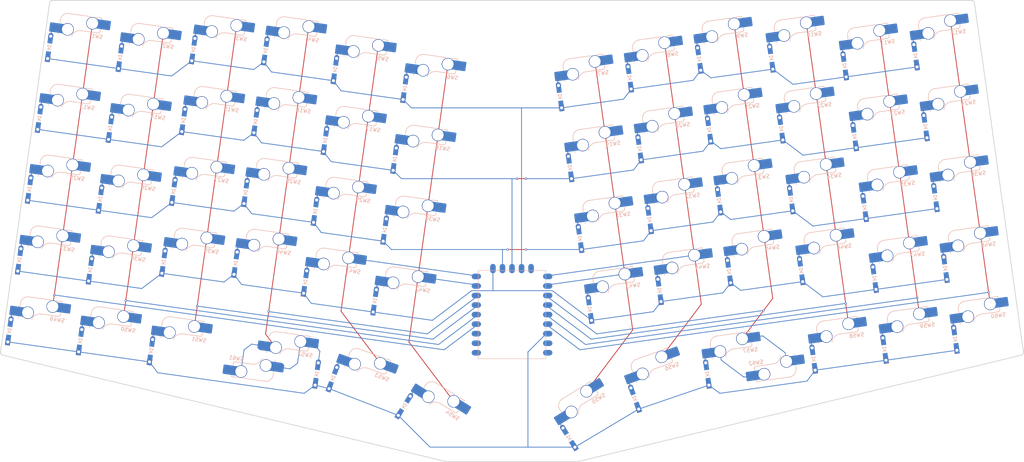
<source format=kicad_pcb>
(kicad_pcb (version 20240108) (generator "pcbnew") (generator_version "8.0")
  (layers (0 "F.Cu" signal) (31 "B.Cu" signal) (34 "B.Paste" user) (35 "F.Paste" user) (36 "B.SilkS" user "B.Silkscreen") (37 "F.SilkS" user "F.Silkscreen") (38 "B.Mask" user) (39 "F.Mask" user) (44 "Edge.Cuts" user))
  (net 0 "")
  (net 1 "Net-(D1-A)")
  (net 2 "row0")
  (net 3 "row1")
  (net 4 "Net-(D2-A)")
  (net 5 "Net-(D3-A)")
  (net 6 "row2")
  (net 7 "row3")
  (net 8 "Net-(D4-A)")
  (net 9 "row4")
  (net 10 "Net-(D5-A)")
  (net 11 "Net-(D6-A)")
  (net 12 "col0")
  (net 13 "Net-(D7-A)")
  (net 14 "col1")
  (net 15 "col2")
  (net 16 "Net-(D8-A)")
  (net 17 "Net-(D9-A)")
  (net 18 "col3")
  (net 19 "col4")
  (net 20 "Net-(D10-A)")
  (net 21 "Net-(D11-A)")
  (net 22 "col5")
  (net 23 "Net-(D12-A)")
  (net 24 "col6")
  (net 25 "col7")
  (net 26 "Net-(D13-A)")
  (net 27 "col8")
  (net 28 "Net-(D14-A)")
  (net 29 "Net-(D15-A)")
  (net 30 "col9")
  (net 31 "Net-(D16-A)")
  (net 32 "col10")
  (net 33 "Net-(D17-A)")
  (net 34 "col11")
  (net 35 "Net-(D18-A)")
  (net 36 "Net-(D19-A)")
  (net 37 "Net-(D20-A)")
  (net 38 "Net-(D21-A)")
  (net 39 "Net-(D22-A)")
  (net 40 "Net-(D23-A)")
  (net 41 "Net-(D24-A)")
  (net 42 "Net-(D25-A)")
  (net 43 "Net-(D26-A)")
  (net 44 "Net-(D27-A)")
  (net 45 "Net-(D28-A)")
  (net 46 "Net-(D29-A)")
  (net 47 "Net-(D30-A)")
  (net 48 "Net-(D31-A)")
  (net 49 "Net-(D32-A)")
  (net 50 "Net-(D33-A)")
  (net 51 "Net-(D34-A)")
  (net 52 "Net-(D35-A)")
  (net 53 "Net-(D36-A)")
  (net 54 "Net-(D37-A)")
  (net 55 "Net-(D38-A)")
  (net 56 "Net-(D39-A)")
  (net 57 "Net-(D40-A)")
  (net 58 "Net-(D41-A)")
  (net 59 "Net-(D42-A)")
  (net 60 "Net-(D43-A)")
  (net 61 "Net-(D44-A)")
  (net 62 "Net-(D45-A)")
  (net 63 "Net-(D46-A)")
  (net 64 "Net-(D47-A)")
  (net 65 "Net-(D48-A)")
  (net 66 "Net-(D49-A)")
  (net 67 "Net-(D50-A)")
  (net 68 "Net-(D51-A)")
  (net 69 "Net-(D52-A)")
  (net 70 "Net-(D53-A)")
  (net 71 "Net-(D54-A)")
  (net 72 "Net-(D55-A)")
  (net 73 "Net-(D56-A)")
  (net 74 "Net-(D57-A)")
  (net 75 "Net-(D58-A)")
  (net 76 "Net-(D59-A)")
  (net 77 "Net-(D60-A)")
  (footprint "kbd:D3_TH_SMD_v2" (layer "B.Cu") (at 164.00242 93.622177 98)
    (property "Reference" "D43" (hide yes))
    (property "Value" "D" (hide yes))
  )
  (footprint "kbd:D3_TH_SMD_v2" (layer "B.Cu") (at 198.417577 64.738921 98)
    (property "Reference" "D33" (hide yes))
    (property "Value" "D" (hide yes))
  )
  (footprint "kbd:D3_TH_SMD_v2" (layer "B.Cu") (at 258.656858 82.724014 98)
    (property "Reference" "D48" (hide yes))
    (property "Value" "D" (hide yes))
  )
  (footprint "kbd:D3_TH_SMD_v2" (layer "B.Cu") (at 12.064324 80.5016 82)
    (property "Reference" "D37" (hide yes))
    (property "Value" "D" (hide yes))
  )
  (footprint "kbd:D3_TH_SMD_v2" (layer "B.Cu") (at 53.107595 62.223339 82)
    (property "Reference" "D27" (hide yes))
    (property "Value" "D" (hide yes))
  )
  (footprint "marbastlib-mx:SW_MX_HS_CPG151101S11_1u" (layer "B.Cu") (at 182.46848 111.939017 -160)
    (property "Reference" "SW56")
    (property "Value" "SW_Push")
  )
  (footprint "kbd:D3_TH_SMD_v2" (layer "B.Cu") (at 36.231424 45.42363 82)
    (property "Reference" "D14" (hide yes))
    (property "Value" "D" (hide yes))
  )
  (footprint "kbd:D3_TH_SMD_v2" (layer "B.Cu") (at 220.264835 83.31036 98)
    (property "Reference" "D46" (hide yes))
    (property "Value" "D" (hide yes))
  )
  (footprint "marbastlib-mx:SW_MX_HS_CPG151101S11_1u" (layer "B.Cu") (at 83.266663 41.880245 172)
    (property "Reference" "SW16")
    (property "Value" "SW_Push")
  )
  (footprint "kbd:D3_TH_SMD_v2" (layer "B.Cu") (at 9.413073 99.366209 82)
    (property "Reference" "D49" (hide yes))
    (property "Value" "D" (hide yes))
  )
  (footprint "marbastlib-mx:SW_MX_HS_CPG151101S11_1u" (layer "B.Cu") (at 182.083367 28.024964 -172)
    (property "Reference" "SW8")
    (property "Value" "SW_Push")
  )
  (footprint "kbd:D3_TH_SMD_v2" (layer "B.Cu") (at 14.715568 61.636994 82)
    (property "Reference" "D25" (hide yes))
    (property "Value" "D" (hide yes))
  )
  (footprint "marbastlib-mx:SW_MX_HS_CPG151101S11_1u" (layer "B.Cu") (at 104.065998 111.939015 160)
    (property "Reference" "SW53")
    (property "Value" "SW_Push")
  )
  (footprint "marbastlib-mx:SW_MX_HS_CPG151101S11_1u" (layer "B.Cu") (at 200.616569 23.015644 -172)
    (property "Reference" "SW9")
    (property "Value" "SW_Push")
  )
  (footprint "marbastlib-mx:SW_MX_HS_CPG151101S11_1u" (layer "B.Cu") (at 190.03711 84.618783 -172)
    (property "Reference" "SW44")
    (property "Value" "SW_Push")
  )
  (footprint "marbastlib-mx:SW_MX_HS_CPG151101S11_1u" (layer "B.Cu") (at 17.724883 97.594556 172)
    (property "Reference" "SW49")
    (property "Value" "SW_Push")
  )
  (footprint "marbastlib-mx:SW_MX_HS_CPG151101S11_1u" (layer "B.Cu") (at 212.215775 105.548298 8)
    (property "Reference" "SW62")
    (property "Value" "SW_Push")
  )
  (footprint "kbd:D3_TH_SMD_v2" (layer "B.Cu") (at 239.792258 85.375259 98)
    (property "Reference" "D47" (hide yes))
    (property "Value" "D" (hide yes))
  )
  (footprint "marbastlib-mx:SW_MX_HS_CPG151101S11_1u" (layer "B.Cu") (at 187.385856 65.754181 -172)
    (property "Reference" "SW32")
    (property "Value" "SW_Push")
  )
  (footprint "kbd:D3_TH_SMD_v2" (layer "B.Cu") (at 234.489761 47.646046 98)
    (property "Reference" "D23" (hide yes))
    (property "Value" "D" (hide yes))
  )
  (footprint "marbastlib-mx:SW_MX_HS_CPG151101S11_1u" (layer "B.Cu") (at 120.333068 51.898897 172)
    (property "Reference" "SW18")
    (property "Value" "SW_Push")
  )
  (footprint "kbd:D3_TH_SMD_v2" (layer "B.Cu") (at 88.185562 86.390441 82)
    (property "Reference" "D41" (hide yes))
    (property "Value" "D" (hide yes))
  )
  (footprint "kbd:D3_TH_SMD_v2" (layer "B.Cu") (at 58.410091 24.494127 82)
    (property "Reference" "D3" (hide yes))
    (property "Value" "D" (hide yes))
  )
  (footprint "kbd:D3_TH_SMD_v2" (layer "B.Cu") (at 175.961326 117.405456 110)
    (property "Reference" "D56" (hide yes))
    (property "Value" "D" (hide yes))
  )
  (footprint "marbastlib-mx:SW_MX_HS_CPG151101S11_1u" (layer "B.Cu") (at 39.240741 81.381196 172)
    (property "Reference" "SW38")
    (property "Value" "SW_Push")
  )
  (footprint "kbd:D3_TH_SMD_v2" (layer "B.Cu") (at 112.021254 53.670549 82)
    (property "Reference" "D18" (hide yes))
    (property "Value" "D" (hide yes))
  )
  (footprint "marbastlib-mx:SW_MX_HS_CPG151101S11_1u" (layer "B.Cu") (at 168.852659 70.763503 -172)
    (property "Reference" "SW31")
    (property "Value" "SW_Push")
  )
  (footprint "kbd:D3_TH_SMD_v2" (layer "B.Cu") (at 20.018063 23.907777 82)
    (property "Reference" "D1" (hide yes))
    (property "Value" "D" (hide yes))
  )
  (footprint "marbastlib-mx:SW_MX_HS_CPG151101S11_1u" (layer "B.Cu") (at 44.543229 43.651978 172)
    (property "Reference" "SW14")
    (property "Value" "SW_Push")
  )
  (footprint "kbd:D3_TH_SMD_v2" (layer "B.Cu") (at 114.570154 119.354919 58)
    (property "Reference" "D54" (hide yes))
    (property "Value" "D" (hide yes))
  )
  (footprint "marbastlib-mx:SW_MX_HS_CPG151101S11_1u" (layer "B.Cu") (at 122.984313 33.034283 172)
    (property "Reference" "SW6")
    (property "Value" "SW_Push")
  )
  (footprint "marbastlib-mx:SW_MX_HS_CPG151101S11_1u" (layer "B.Cu") (at 77.964167 79.609457 172)
    (property "Reference" "SW40")
    (property "Value" "SW_Push")
  )
  (footprint "marbastlib-mx:SW_MX_HS_CPG151101S11_1u" (layer "B.Cu") (at 163.65051 121.117153 -148)
    (property "Reference" "SW55")
    (property "Value" "SW_Push")
  )
  (footprint "marbastlib-mx:SW_MX_HS_CPG151101S11_1u" (layer "B.Cu") (at 222.463827 41.587075 -172)
    (property "Reference" "SW22")
    (property "Value" "SW_Push")
  )
  (footprint "marbastlib-mx:SW_MX_HS_CPG151101S11_1u" (layer "B.Cu") (at 117.681817 70.7635 172)
    (property "Reference" "SW30")
    (property "Value" "SW_Push")
  )
  (footprint "marbastlib-mx:SW_MX_HS_CPG151101S11_1u" (layer "B.Cu") (at 231.080383 102.897052 -172)
    (property "Reference" "SW58")
    (property "Value" "SW_Push")
  )
  (footprint "marbastlib-mx:SW_MX_HS_CPG151101S11_1u" (layer "B.Cu") (at 101.79986 46.88957 172)
    (property "Reference" "SW17")
    (property "Value" "SW_Push")
  )
  (footprint "kbd:D3_TH_SMD_v2" (layer "B.Cu") (at 158.699925 55.892961 98)
    (property "Reference" "D19" (hide yes))
    (property "Value" "D" (hide yes))
  )
  (footprint "marbastlib-mx:SW_MX_HS_CPG151101S11_1u" (layer "B.Cu") (at 208.570311 79.609457 -172)
    (property "Reference" "SW45")
    (property "Value" "SW_Push")
  )
  (footprint "marbastlib-mx:SW_MX_HS_CPG151101S11_1u" (layer "B.Cu") (at 205.919065 60.744851 -172)
    (property "Reference" "SW33")
    (property "Value" "SW_Push")
  )
  (footprint "kbd:D3_TH_SMD_v2" (layer "B.Cu") (at 214.96234 45.581144 98)
    (property "Reference" "D22" (hide yes))
    (property "Value" "D" (hide yes))
  )
  (footprint "kbd:D3_TH_SMD_v2" (layer "B.Cu") (at 256.005614 63.859408 98)
    (property "Reference" "D36" (hide yes))
    (property "Value" "D" (hide yes))
  )
  (footprint "kbd:D3_TH_SMD_v2" (layer "B.Cu") (at 30.928928 83.152845 82)
    (property "Reference" "D38" (hide yes))
    (property "Value" "D" (hide yes))
  )
  (footprint "kbd:D3_TH_SMD_v2" (layer "B.Cu") (at 201.068821 83.603531 98)
    (property "Reference" "D45" (hide yes))
    (property "Value" "D" (hide yes))
  )
  (footprint "kbd:D3_TH_SMD_v2" (layer "B.Cu") (at 179.884371 69.748251 98)
    (property "Reference" "D32" (hide yes))
    (property "Value" "D" (hide yes))
  )
  (footprint "marbastlib-mx:SW_MX_HS_CPG151101S11_1u" (layer "B.Cu") (at 241.991247 43.65198 -172)
    (property "Reference" "SW23")
    (property "Value" "SW_Push")
  )
  (footprint "marbastlib-mx:SW_MX_HS_CPG151101S11_1u" (layer "B.Cu") (at 166.201414 51.898896 -172)
    (property "Reference" "SW19")
    (property "Value" "SW_Push")
  )
  (footprint "kbd:D3_TH_SMD_v2" (layer "B.Cu") (at 38.88267 26.559028 82)
    (property "Reference" "D2" (hide yes))
    (property "Value" "D" (hide yes))
  )
  (footprint "kbd:D3_TH_SMD_v2" (layer "B.Cu") (at 55.758838 43.358732 82)
    (property "Reference" "D15" (hide yes))
    (property "Value" "D" (hide yes))
  )
  (footprint "kbd:D3_TH_SMD_v2" (layer "B.Cu") (at 158.422092 127.817045 122)
    (property "Reference" "D55" (hide yes))
    (property "Value" "D" (hide yes))
  )
  (footprint "kbd:D3_TH_SMD_v2" (layer "B.Cu") (at 231.838513 28.781443 98)
    (property "Reference" "D11" (hide yes))
    (property "Value" "D" (hide yes))
  )
  (footprint "kbd:D3_TH_SMD_v2" (layer "B.Cu") (at 174.581877 32.019034 98)
    (property "Reference" "D8" (hide yes))
    (property "Value" "D" (hide yes))
  )
  (footprint "marbastlib-mx:SW_MX_HS_CPG151101S11_1u" (layer "B.Cu") (at 184.734615 46.889569 -172)
    (property "Reference" "SW20")
    (property "Value" "SW_Push")
  )
  (footprint "kbd:D3_TH_SMD_v2" (layer "B.Cu") (at 77.606098 24.787294 82)
    (property "Reference" "D4" (hide yes))
    (property "Value" "D" (hide yes))
  )
  (footprint "kbd:D3_TH_SMD_v2" (layer "B.Cu") (at 195.281985 110.867988 98)
    (property "Reference" "D57" (hide yes))
    (property "Value" "D" (hide yes))
  )
  (footprint "marbastlib-mx:SW_MX_HS_CPG151101S11_1u" (layer "B.Cu") (at 99.14862 65.754173 172)
    (property "Reference" "SW29")
    (property "Value" "SW_Push")
  )
  (footprint "marbastlib-mx:SW_MX_HS_CPG151101S11_1u" (layer "B.Cu") (at 80.615414 60.744859 172)
    (property "Reference" "SW28")
    (property "Value" "SW_Push")
  )
  (footprint "kbd:D3_TH_SMD_v2" (layer "B.Cu") (at 223.578896 106.891117 98)
    (property "Reference" "D58" (hide yes))
    (property "Value" "D" (hide yes))
  )
  (footprint "marbastlib-mx:SW_MX_HS_CPG151101S11_1u" (layer "B.Cu") (at 104.451114 28.024964 172)
    (property "Reference" "SW5")
    (property "Value" "SW_Push")
  )
  (footprint "marbastlib-mx:SW_MX_HS_CPG151101S11_1u" (layer "B.Cu") (at 20.37613 78.729945 172)
    (property "Reference" "SW37")
    (property "Value" "SW_Push")
  )
  (footprint "kbd:D3_TH_SMD_v2" (layer "B.Cu") (at 91.252787 110.868028 82)
    (property "Reference" "D52" (hide yes))
    (property "Value" "D" (hide yes))
  )
  (footprint "kbd:D3_TH_SMD_v2" (layer "B.Cu") (at 72.303606 62.51651 82)
    (property "Reference" "D28" (hide yes))
    (property "Value" "D" (hide yes))
  )
  (footprint "marbastlib-mx:SW_MX_HS_CPG151101S11_1u" (layer "B.Cu") (at 225.115076 60.451683 -172)
    (property "Reference" "SW34")
    (property "Value" "SW_Push")
  )
  (footprint "marbastlib-mx:SW_MX_HS_CPG151101S11_1u" (layer "B.Cu") (at 227.766323 79.316291 -172)
    (property "Reference" "SW46")
    (property "Value" "SW_Push")
  )
  (footprint "marbastlib-mx:SW_MX_HS_CPG151101S11_1u" (layer "B.Cu") (at 219.812578 22.722469 -172)
    (property "Reference" "SW10")
    (property "Value" "SW_Push")
  )
  (footprint "marbastlib-mx:SW_MX_HS_CPG151101S11_1u" (layer "B.Cu") (at 96.497373 84.618787 172)
    (property "Reference" "SW41")
    (property "Value" "SW_Push")
  )
  (footprint "kbd:D3_TH_SMD_v2" (layer "B.Cu") (at 212.311093 26.716537 98)
    (property "Reference" "D10" (hide yes))
    (property "Value" "D" (hide yes))
  )
  (footprint "kbd:D3_TH_SMD_v2" (layer "B.Cu") (at 114.672502 34.80594 82)
    (property "Reference" "D6" (hide yes))
    (property "Value" "D" (hide yes))
  )
  (footprint "kbd:D3_TH_SMD_v2" (layer "B.Cu") (at 177.233123 50.883642 98)
    (property "Reference" "D20" (hide yes))
    (property "Value" "D" (hide yes))
  )
  (footprint "kbd:D3_TH_SMD_v2" (layer "B.Cu") (at 217.613587 64.445747 98)
    (property "Reference" "D34" (hide yes))
    (property "Value" "D" (hide yes))
  )
  (footprint "marbastlib-mx:SW_MX_HS_CPG151101S11_1u" (layer "B.Cu") (at 25.678622 41.000735 172)
    (property "Reference" "SW13")
    (property "Value" "SW_Push")
  )
  (footprint "marbastlib-mx:SW_MX_HS_CPG151101S11_1u" (layer "B.Cu") (at 58.768154 79.316292 172)
    (property "Reference" "SW39")
    (property "Value" "SW_Push")
  )
  (footprint "marbastlib-mx:SW_MX_HS_CPG151101S11_1u" (layer "B.Cu") (at 66.721895 22.722472 172)
    (property "Reference" "SW3")
    (property "Value" "SW_Push")
  )
  (footprint "marbastlib-mx:SW_MX_HS_CPG151101S11_1u" (layer "B.Cu") (at 36.589488 100.245804 172)
    (property "Reference" "SW50")
    (property "Value" "SW_Push")
  )
  (footprint "rp2040-tiny:rp2040-tiny" (layer "B.Cu") (at 143.267238 95.055159)
    (property "Reference" "U1" (hide yes))
    (property "Value" "rp2040-zero" (hide yes))
  )
  (footprint "marbastlib-mx:SW_MX_HS_CPG151101S11_1u" (layer "B.Cu") (at 64.07065 41.587074 172)
    (property "Reference" "SW15")
    (property "Value" "SW_Push")
  )
  (footprint "kbd:D3_TH_SMD_v2" (layer "B.Cu") (at 161.35117 74.757571 98)
    (property "Reference" "D31" (hide yes))
    (property "Value" "D" (hide yes))
  )
  (footprint "marbastlib-mx:SW_MX_HS_CPG151101S11_1u" (layer "B.Cu") (at 23.027381 59.865341 172)
    (property "Reference" "SW25")
    (property "Value" "SW_Push")
  )
  (footprint "kbd:D3_TH_SMD_v2" (layer "B.Cu") (at 250.703118 26.130192 98)
    (property "Reference" "D12" (hide yes))
    (property "Value" "D" (hide yes))
  )
  (footprint "kbd:D3_TH_SMD_v2" (layer "B.Cu") (at 90.836809 67.525834 82)
    (property "Reference" "D29" (hide yes))
    (property "Value" "D" (hide yes))
  )
  (footprint "marbastlib-mx:SW_MX_HS_CPG151101S11_1u" (layer "B.Cu") (at 247.293744 81.381189 -172)
    (property "Reference" "SW47")
    (property "Value" "SW_Push")
  )
  (footprint "marbastlib-mx:SW_MX_HS_CPG151101S11_1u" (layer "B.Cu") (at 203.267814 41.88025 -172)
    (property "Reference" "SW21")
    (property "Value" "SW_Push")
  )
  (footprint "marbastlib-mx:SW_MX_HS_CPG151101S11_1u" (layer "B.Cu") (at 163.550163 33.034291 -172)
    (property "Reference" "SW7")
    (property "Value" "SW_Push")
  )
  (footprint "kbd:D3_TH_SMD_v2" (layer "B.Cu") (at 109.370006 72.535153 82)
    (property "Reference" "D30" (hide yes))
    (property "Value" "D" (hide yes))
  )
  (footprint "marbastlib-mx:SW_MX_HS_CPG151101S11_1u" (layer "B.Cu") (at 115.030567 89.628104 172)
    (property "Reference" "SW42")
    (property "Value" "SW_Push")
  )
  (footprint "kbd:D3_TH_SMD_v2" (layer "B.Cu") (at 195.766328 45.874314 98)
    (property "Reference" "D21" (hide yes))
    (property "Value" "D" (hide yes))
  )
  (footprint "marbastlib-mx:SW_MX_HS_CPG151101S11_1u" (layer "B.Cu") (at 74.318705 105.548295 -8)
    (property "Reference" "SW61")
    (property "Value" "SW_Push")
  )
  (footprint "marbastlib-mx:SW_MX_HS_CPG151101S11_1u" (layer "B.Cu") (at 266.158351 78.729945 -172)
    (property "Reference" "SW48")
    (property "Value" "SW_Push")
  )
  (footprint "marbastlib-mx:SW_MX_HS_CPG151101S11_1u" (layer "B.Cu") (at 171.503905 89.628112 -172)
    (property "Reference" "SW43")
    (property "Value" "SW_Push")
  )
  (footprint "kbd:D3_TH_SMD_v2" (layer "B.Cu") (at 93.488058 48.661224 82)
    (property "Reference" "D17" (hide yes))
    (property "Value" "D" (hide yes))
  )
  (footprint "marbastlib-mx:SW_MX_HS_CPG151101S11_1u" (layer "B.Cu") (at 47.19448 24.787373 172)
    (property "Reference" "SW2")
    (property "Value" "SW_Push")
  )
  (footprint "marbastlib-mx:SW_MX_HS_CPG151101S11_1u" (layer "B.Cu") (at 61.4194 60.45168 172)
    (property "Reference" "SW27")
    (property "Value" "SW_Push")
  )
  (footprint "marbastlib-mx:SW_MX_HS_CPG151101S11_1u" (layer "B.Cu") (at 258.204608 22.136128 -172)
    (property "Reference" "SW12")
    (property "Value" "SW_Push")
  )
  (footprint "kbd:D3_TH_SMD_v2" (layer "B.Cu") (at 261.308108 101.588623 98)
    (property "Reference" "D60" (hide yes))
    (property "Value" "D" (hide yes))
  )
  (footprint "kbd:D3_TH_SMD_v2" (layer "B.Cu") (at 69.652359 81.381116 82)
    (property "Reference" "D40" (hide yes))
    (property "Value" "D" (hide yes))
  )
  (footprint "kbd:D3_TH_SMD_v2" (layer "B.Cu") (at 17.366823 42.772387 82)
    (property "Reference" "D13" (hide yes))
    (property "Value" "D" (hide yes))
  )
  (footprint "kbd:D3_TH_SMD_v2" (layer "B.Cu") (at 96.139305 29.796621 82)
    (property "Reference" "D5" (hide yes))
    (property "Value" "D" (hide yes))
  )
  (footprint "marbastlib-mx:SW_MX_HS_CPG151101S11_1u" (layer "B.Cu") (at 268.809598 97.594551 -172)
    (property "Reference" "SW60")
    (property "Value" "SW_Push")
  )
  (footprint "kbd:D3_TH_SMD_v2" (layer "B.Cu") (at 50.456347 81.087943 82)
    (property "Reference" "D39" (hide yes))
    (property "Value" "D" (hide yes))
  )
  (footprint "marbastlib-mx:SW_MX_HS_CPG151101S11_1u" (layer "B.Cu") (at 41.891989 62.516586 172)
    (property "Reference" "SW26")
    (property "Value" "SW_Push")
  )
  (footprint "marbastlib-mx:SW_MX_HS_CPG151101S11_1u" (layer "B.Cu") (at 260.855849 41.000732 -172)
    (property "Reference" "SW24")
    (property "Value" "SW_Push")
  )
  (footprint "kbd:D3_TH_SMD_v2" (layer "B.Cu") (at 156.048681 37.028358 98)
    (property "Reference" "D7" (hide yes))
    (property "Value" "D" (hide yes))
  )
  (footprint "kbd:D3_TH_SMD_v2" (layer "B.Cu") (at 95.567475 111.943834 70)
    (property "Reference" "D53" (hide yes))
    (property "Value" "D" (hide yes))
  )
  (footprint "kbd:D3_TH_SMD_v2" (layer "B.Cu") (at 28.27768 102.017453 82)
    (property "Reference" "D50" (hide yes))
    (property "Value" "D" (hide yes))
  )
  (footprint "kbd:D3_TH_SMD_v2" (layer "B.Cu") (at 106.71876 91.399764 82)
    (property "Reference" "D42" (hide yes))
    (property "Value" "D" (hide yes))
  )
  (footprint "marbastlib-mx:SW_MX_HS_CPG151101S11_1u" (layer "B.Cu") (at 202.783474 106.873922 -172)
    (property "Reference" "SW57")
    (property "Value" "SW_Push")
  )
  (footprint "kbd:D3_TH_SMD_v2" (layer "B.Cu") (at 33.580177 64.288245 82)
    (property "Reference" "D26" (hide yes))
    (property "Value" "D" (hide yes))
  )
  (footprint "kbd:D3_TH_SMD_v2" (layer "B.Cu") (at 253.354362 44.994797 98)
    (property "Reference" "D24" (hide yes))
    (property "Value" "D" (hide yes))
  )
  (footprint "marbastlib-mx:SW_MX_HS_CPG151101S11_1u" (layer "B.Cu") (at 85.917913 23.01564 172)
    (property "Reference" "SW4")
    (property "Value" "SW_Push")
  )
  (footprint "marbastlib-mx:SW_MX_HS_CPG151101S11_1u" (layer "B.Cu") (at 28.329873 22.136124 172)
    (property "Reference" "SW1")
    (property "Value" "SW_Push")
  )
  (footprint "kbd:D3_TH_SMD_v2" (layer "B.Cu") (at 74.954858 43.651904 82)
    (property "Reference" "D16" (hide yes))
    (property "Value" "D" (hide yes))
  )
  (footprint "marbastlib-mx:SW_MX_HS_CPG151101S11_1u" (layer "B.Cu") (at 55.454099 102.897049 172)
    (property "Reference" "SW51")
    (property "Value" "SW_Push")
  )
  (footprint "marbastlib-mx:SW_MX_HS_CPG151101S11_1u" (layer "B.Cu") (at 263.507099 59.865337 -172)
    (property "Reference" "SW36")
    (property "Value" "SW_Push")
  )
  (footprint "kbd:D3_TH_SMD_v2" (layer "B.Cu") (at 242.443502 104.239864 98)
    (property "Reference" "D59" (hide yes))
    (property "Value" "D" (hide yes))
  )
  (footprint "marbastlib-mx:SW_MX_HS_CPG151101S11_1u" (layer "B.Cu") (at 122.88397 121.117154 148)
    (property "Reference" "SW54")
    (property "Value" "SW_Push")
  )
  (footprint "kbd:D3_TH_SMD_v2" (layer "B.Cu") (at 182.535617 88.612853 98)
    (property "Reference" "D44" (hide yes))
    (property "Value" "D" (hide yes))
  )
  (footprint "marbastlib-mx:SW_MX_HS_CPG151101S11_1u" (layer "B.Cu") (at 244.642497 62.516588 -172)
    (property "Reference" "SW35")
    (property "Value" "SW_Push")
  )
  (footprint "kbd:D3_TH_SMD_v2" (layer "B.Cu") (at 47.142288 104.668706 82)
    (property "Reference" "D51" (hide yes))
    (property "Value" "D" (hide yes))
  )
  (footprint "kbd:D3_TH_SMD_v2" (layer "B.Cu") (at 193.11508 27.009705 98)
    (property "Reference" "D9" (hide yes))
    (property "Value" "D" (hide yes))
  )
  (footprint "marbastlib-mx:SW_MX_HS_CPG151101S11_1u" (layer "B.Cu") (at 83.751007 106.873923 172)
    (property "Reference" "SW52")
    (property "Value" "SW_Push")
  )
  (footprint "marbastlib-mx:SW_MX_HS_CPG151101S11_1u" (layer "B.Cu") (at 239.34 24.787373 -172)
    (property "Reference" "SW11")
    (property "Value" "SW_Push")
  )
  (footprint "marbastlib-mx:SW_MX_HS_CPG151101S11_1u" (layer "B.Cu") (at 249.944994 100.245802 -172)
    (property "Reference" "SW59")
    (property "Value" "SW_Push")
  )
  (footprint "kbd:D3_TH_SMD_v2" (layer "B.Cu") (at 237.141009 66.510654 98)
    (property "Reference" "D35" (hide yes))
    (property "Value" "D" (hide yes))
  )
  (gr_line (start 265.637592 11.378197) (end 20.896889 11.378193) (stroke (width 0.2)) (layer "Edge.Cuts"))
  (gr_line (start 20.129431 12.045337) (end 7.064942 105.004032) (stroke (width 0.2)) (layer "Edge.Cuts"))
  (gr_line (start 160.620333 134.242286) (end 278.882906 105.865501) (stroke (width 0.2)) (layer "Edge.Cuts"))
  (gr_arc (start 279.469539 105.004032) (mid 279.342637 105.548088) (end 278.882906 105.865501) (stroke (width 0.2)) (layer "Edge.Cuts"))
  (gr_arc (start 7.651572 105.865503) (mid 7.191858 105.548072) (end 7.064942 105.004032) (stroke (width 0.2)) (layer "Edge.Cuts"))
  (gr_line (start 279.469539 105.004032) (end 266.405048 12.045339) (stroke (width 0.2)) (layer "Edge.Cuts"))
  (gr_arc (start 265.637592 11.378197) (mid 266.146052 11.568292) (end 266.405048 12.045339) (stroke (width 0.2)) (layer "Edge.Cuts"))
  (gr_line (start 7.651572 105.865503) (end 125.914148 134.242289) (stroke (width 0.2)) (layer "Edge.Cuts"))
  (gr_line (start 125.914148 134.242289) (end 160.620333 134.242286) (stroke (width 0.2)) (layer "Edge.Cuts"))
  (gr_arc (start 20.129431 12.045337) (mid 20.388492 11.56835) (end 20.896889 11.378193) (stroke (width 0.2)) (layer "Edge.Cuts"))
  (segment (start 20.689833 19.127919) (end 21.395 18.596531) (width 0.2) (layer "B.Cu") (net 1))
  (segment (start 20.435586 20.936981) (end 20.689833 19.127919) (width 0.2) (layer "B.Cu") (net 1))
  (segment (start 145.807237 40.002643) (end 145.803755 39.999164) (width 0.2) (layer "B.Cu") (net 2))
  (segment (start 145.80724 40.002647) (end 145.803755 39.999164) (width 0.2) (layer "B.Cu") (net 2))
  (segment (start 145.807235 83.305159) (end 145.807235 40.002652) (width 0.2) (layer "B.Cu") (net 2))
  (segment (start 218.107577 33.740681) (end 212.72861 29.68734) (width 0.2) (layer "B.Cu") (net 2))
  (segment (start 145.803755 39.999164) (end 156.466198 39.999161) (width 0.2) (layer "B.Cu") (net 2))
  (segment (start 114.254982 37.77675) (end 97.748454 35.456908) (width 0.2) (layer "B.Cu") (net 2))
  (segment (start 145.807235 40.002652) (end 145.80724 40.002647) (width 0.2) (layer "B.Cu") (net 2))
  (segment (start 38.465155 29.529832) (end 52.613608 31.51827) (width 0.2) (layer "B.Cu") (net 2))
  (segment (start 145.807238 83.395156) (end 145.80724 83.395156) (width 0.2) (layer "B.Cu") (net 2))
  (segment (start 116.477402 39.999158) (end 145.803755 39.999164) (width 0.2) (layer "B.Cu") (net 2))
  (segment (start 19.600542 26.878585) (end 38.465153 29.529833) (width 0.2) (layer "B.Cu") (net 2))
  (segment (start 97.748454 35.456908) (end 95.721787 32.767423) (width 0.2) (layer "B.Cu") (net 2))
  (segment (start 212.72861 29.68734) (end 196.222082 32.00718) (width 0.2) (layer "B.Cu") (net 2))
  (segment (start 95.721787 32.767423) (end 79.21525 30.447582) (width 0.2) (layer "B.Cu") (net 2))
  (segment (start 114.254983 37.77675) (end 116.477402 39.999158) (width 0.2) (layer "B.Cu") (net 2))
  (segment (start 196.222082 32.00718) (end 193.532598 29.980517) (width 0.2) (layer "B.Cu") (net 2))
  (segment (start 174.999397 34.989835) (end 191.505927 32.669997) (width 0.2) (layer "B.Cu") (net 2))
  (segment (start 172.972726 37.679318) (end 174.999397 34.989835) (width 0.2) (layer "B.Cu") (net 2))
  (segment (start 156.466198 39.999161) (end 172.972726 37.679318) (width 0.2) (layer "B.Cu") (net 2))
  (segment (start 251.120638 29.100997) (end 232.256033 31.752251) (width 0.2) (layer "B.Cu") (net 2))
  (segment (start 52.613608 31.51827) (end 57.992571 27.464929) (width 0.2) (layer "B.Cu") (net 2))
  (segment (start 232.256033 31.752251) (end 218.107577 33.740681) (width 0.2) (layer "B.Cu") (net 2))
  (segment (start 38.465153 29.529833) (end 38.465155 29.529832) (width 0.2) (layer "B.Cu") (net 2))
  (segment (start 191.505927 32.669997) (end 193.532598 29.980517) (width 0.2) (layer "B.Cu") (net 2))
  (segment (start 74.499105 29.78477) (end 77.188584 27.758102) (width 0.2) (layer "B.Cu") (net 2))
  (segment (start 57.992571 27.464929) (end 74.499105 29.78477) (width 0.2) (layer "B.Cu") (net 2))
  (segment (start 79.21525 30.447582) (end 77.188584 27.758102) (width 0.2) (layer "B.Cu") (net 2))
  (segment (start 144.613128 58.863769) (end 146.994376 58.863765) (width 0.2) (layer "F.Cu") (net 3))
  (via (at 144.613128 58.863769) (size 0.6) (drill 0.3) (layers "F.Cu" "B.Cu") (net 3))
  (via (at 146.994376 58.863765) (size 0.6) (drill 0.3) (layers "F.Cu" "B.Cu") (net 3))
  (segment (start 143.267238 83.305159) (end 143.267238 58.865624) (width 0.2) (layer "B.Cu") (net 3))
  (segment (start 234.907277 50.616852) (end 220.758823 52.605287) (width 0.2) (layer "B.Cu") (net 3))
  (segment (start 76.564005 49.312191) (end 74.537336 46.622708) (width 0.2) (layer "B.Cu") (net 3))
  (segment (start 253.771883 47.965603) (end 234.90728 50.616847) (width 0.2) (layer "B.Cu") (net 3))
  (segment (start 113.826147 58.863767) (end 143.265385 58.863769) (width 0.2) (layer "B.Cu") (net 3))
  (segment (start 49.962355 50.382874) (end 55.341322 46.329537) (width 0.2) (layer "B.Cu") (net 3))
  (segment (start 35.813902 48.394442) (end 49.962355 50.382874) (width 0.2) (layer "B.Cu") (net 3))
  (segment (start 177.650645 53.854447) (end 194.157177 51.534604) (width 0.2) (layer "B.Cu") (net 3))
  (segment (start 146.994376 58.863764) (end 146.994376 58.863765) (width 0.2) (layer "B.Cu") (net 3))
  (segment (start 215.379859 48.55195) (end 198.873332 50.871792) (width 0.2) (layer "B.Cu") (net 3))
  (segment (start 55.341322 46.329537) (end 71.847856 48.649379) (width 0.2) (layer "B.Cu") (net 3))
  (segment (start 175.623977 56.543924) (end 177.650645 53.854447) (width 0.2) (layer "B.Cu") (net 3))
  (segment (start 198.873332 50.871792) (end 196.183852 48.84512) (width 0.2) (layer "B.Cu") (net 3))
  (segment (start 143.267238 58.865624) (end 143.265385 58.863769) (width 0.2) (layer "B.Cu") (net 3))
  (segment (start 111.603734 56.641349) (end 95.097202 54.321513) (width 0.2) (layer "B.Cu") (net 3))
  (segment (start 95.097202 54.321513) (end 93.070539 51.632028) (width 0.2) (layer "B.Cu") (net 3))
  (segment (start 93.070539 51.632028) (end 76.564005 49.312191) (width 0.2) (layer "B.Cu") (net 3))
  (segment (start 234.90728 50.616847) (end 234.907277 50.616852) (width 0.2) (layer "B.Cu") (net 3))
  (segment (start 16.949299 45.743191) (end 35.813902 48.394442) (width 0.2) (layer "B.Cu") (net 3))
  (segment (start 143.265385 58.863769) (end 144.613128 58.863769) (width 0.2) (layer "B.Cu") (net 3))
  (segment (start 71.847856 48.649379) (end 74.537336 46.622708) (width 0.2) (layer "B.Cu") (net 3))
  (segment (start 159.117442 58.863767) (end 146.994376 58.863764) (width 0.2) (layer "B.Cu") (net 3))
  (segment (start 194.157177 51.534604) (end 196.183852 48.84512) (width 0.2) (layer "B.Cu") (net 3))
  (segment (start 159.117442 58.863769) (end 175.623977 56.543924) (width 0.2) (layer "B.Cu") (net 3))
  (segment (start 220.758823 52.605287) (end 215.379859 48.55195) (width 0.2) (layer "B.Cu") (net 3))
  (segment (start 111.603734 56.641348) (end 113.826147 58.863767) (width 0.2) (layer "B.Cu") (net 3))
  (segment (start 39.300187 23.588223) (end 39.55444 21.779161) (width 0.2) (layer "B.Cu") (net 4))
  (segment (start 39.55444 21.779161) (end 40.259603 21.247778) (width 0.2) (layer "B.Cu") (net 4))
  (segment (start 58.82761 21.523324) (end 59.081857 19.714258) (width 0.2) (layer "B.Cu") (net 5))
  (segment (start 59.081857 19.714258) (end 59.787021 19.182874) (width 0.2) (layer "B.Cu") (net 5))
  (segment (start 146.991474 77.728802) (end 146.991909 77.728379) (width 0.2) (layer "F.Cu") (net 6))
  (segment (start 142.075604 77.728806) (end 146.991474 77.728802) (width 0.2) (layer "F.Cu") (net 6))
  (via (at 142.075604 77.728806) (size 0.6) (drill 0.3) (layers "F.Cu" "B.Cu") (net 6))
  (via (at 146.991909 77.728379) (size 0.6) (drill 0.3) (layers "F.Cu" "B.Cu") (net 6))
  (segment (start 73.912761 68.176796) (end 90.419289 70.496638) (width 0.2) (layer "B.Cu") (net 6))
  (segment (start 90.419289 70.496638) (end 92.445956 73.186122) (width 0.2) (layer "B.Cu") (net 6))
  (segment (start 14.298053 64.607803) (end 33.16266 67.259046) (width 0.2) (layer "B.Cu") (net 6))
  (segment (start 237.558527 69.481458) (end 223.410071 71.469892) (width 0.2) (layer "B.Cu") (net 6))
  (segment (start 256.423128 66.830212) (end 237.558526 69.481458) (width 0.2) (layer "B.Cu") (net 6))
  (segment (start 178.275222 75.408534) (end 180.301891 72.719055) (width 0.2) (layer "B.Cu") (net 6))
  (segment (start 108.952492 75.50596) (end 111.174906 77.728375) (width 0.2) (layer "B.Cu") (net 6))
  (segment (start 140.725696 77.728376) (end 142.074759 77.728379) (width 0.2) (layer "B.Cu") (net 6))
  (segment (start 69.196607 67.513981) (end 71.886093 65.487313) (width 0.2) (layer "B.Cu") (net 6))
  (segment (start 140.727236 77.729916) (end 140.725696 77.728376) (width 0.2) (layer "B.Cu") (net 6))
  (segment (start 71.886093 65.487313) (end 73.912761 68.176796) (width 0.2) (layer "B.Cu") (net 6))
  (segment (start 237.558526 69.481458) (end 237.558527 69.481458) (width 0.2) (layer "B.Cu") (net 6))
  (segment (start 92.445956 73.186122) (end 108.952492 75.50596) (width 0.2) (layer "B.Cu") (net 6))
  (segment (start 142.075179 77.728372) (end 142.075604 77.728806) (width 0.2) (layer "B.Cu") (net 6))
  (segment (start 140.727236 83.305158) (end 140.727236 77.729916) (width 0.2) (layer "B.Cu") (net 6))
  (segment (start 196.808422 70.399207) (end 198.835096 67.709725) (width 0.2) (layer "B.Cu") (net 6))
  (segment (start 218.031106 67.416554) (end 201.524577 69.736399) (width 0.2) (layer "B.Cu") (net 6))
  (segment (start 111.174906 77.728375) (end 140.725696 77.728376) (width 0.2) (layer "B.Cu") (net 6))
  (segment (start 142.074759 77.728379) (end 142.075179 77.728372) (width 0.2) (layer "B.Cu") (net 6))
  (segment (start 201.524577 69.736399) (end 198.835096 67.709725) (width 0.2) (layer "B.Cu") (net 6))
  (segment (start 161.768692 77.728377) (end 178.275222 75.408534) (width 0.2) (layer "B.Cu") (net 6))
  (segment (start 52.690076 65.194139) (end 69.196607 67.513981) (width 0.2) (layer "B.Cu") (net 6))
  (segment (start 140.727238 77.729918) (end 140.727236 77.729919) (width 0.2) (layer "B.Cu") (net 6))
  (segment (start 47.311112 69.247483) (end 52.690076 65.194139) (width 0.2) (layer "B.Cu") (net 6))
  (segment (start 140.727236 77.729919) (end 140.725696 77.728376) (width 0.2) (layer "B.Cu") (net 6))
  (segment (start 161.768691 77.728374) (end 146.991909 77.728379) (width 0.2) (layer "B.Cu") (net 6))
  (segment (start 180.301891 72.719055) (end 196.808422 70.399207) (width 0.2) (layer "B.Cu") (net 6))
  (segment (start 33.16266 67.259046) (end 47.311112 69.247483) (width 0.2) (layer "B.Cu") (net 6))
  (segment (start 223.410071 71.469892) (end 218.031106 67.416554) (width 0.2) (layer "B.Cu") (net 6))
  (segment (start 138.187238 83.305159) (end 138.187238 88.692714) (width 0.2) (layer "B.Cu") (net 7))
  (segment (start 87.76804 89.361242) (end 71.261508 87.041405) (width 0.2) (layer "B.Cu") (net 7))
  (segment (start 30.511409 86.123648) (end 44.659863 88.112084) (width 0.2) (layer "B.Cu") (net 7))
  (segment (start 204.175819 88.601005) (end 201.486345 86.574333) (width 0.2) (layer "B.Cu") (net 7))
  (segment (start 138.187238 88.692714) (end 154.022921 88.692716) (width 0.2) (layer "B.Cu") (net 7))
  (segment (start 164.419941 96.592982) (end 180.92647 94.273138) (width 0.2) (layer "B.Cu") (net 7))
  (segment (start 220.682356 86.281161) (end 204.175819 88.601005) (width 0.2) (layer "B.Cu") (net 7))
  (segment (start 50.03883 84.058748) (end 66.545357 86.378591) (width 0.2) (layer "B.Cu") (net 7))
  (segment (start 259.074381 85.694819) (end 240.209776 88.346069) (width 0.2) (layer "B.Cu") (net 7))
  (segment (start 182.953143 91.583657) (end 199.459671 89.263818) (width 0.2) (layer "B.Cu") (net 7))
  (segment (start 199.459671 89.263818) (end 201.486345 86.574333) (width 0.2) (layer "B.Cu") (net 7))
  (segment (start 240.209774 88.346069) (end 226.061318 90.334504) (width 0.2) (layer "B.Cu") (net 7))
  (segment (start 240.209776 88.346069) (end 240.209774 88.346069) (width 0.2) (layer "B.Cu") (net 7))
  (segment (start 66.545357 86.378591) (end 69.234843 84.351924) (width 0.2) (layer "B.Cu") (net 7))
  (segment (start 138.187239 83.395157) (end 138.187238 83.395155) (width 0.2) (layer "B.Cu") (net 7))
  (segment (start 71.261508 87.041405) (end 69.234843 84.351924) (width 0.2) (layer "B.Cu") (net 7))
  (segment (start 44.659863 88.112084) (end 50.03883 84.058748) (width 0.2) (layer "B.Cu") (net 7))
  (segment (start 106.301242 94.370568) (end 89.794714 92.050727) (width 0.2) (layer "B.Cu") (net 7))
  (segment (start 89.794714 92.050727) (end 87.76804 89.361242) (width 0.2) (layer "B.Cu") (net 7))
  (segment (start 164.419939 96.592983) (end 164.409635 96.519664) (width 0.2) (layer "B.Cu") (net 7))
  (segment (start 11.646804 83.472402) (end 30.511409 86.123648) (width 0.2) (layer "B.Cu") (net 7))
  (segment (start 106.301241 94.370567) (end 122.041219 96.582676) (width 0.2) (layer "B.Cu") (net 7))
  (segment (start 164.364513 96.198599) (end 164.419939 96.592982) (width 0.2) (layer "B.Cu") (net 7))
  (segment (start 164.402528 96.469093) (end 164.419939 96.592983) (width 0.2) (layer "B.Cu") (net 7))
  (segment (start 164.409635 96.519664) (end 154.022921 88.692716) (width 0.2) (layer "B.Cu") (net 7))
  (segment (start 122.041219 96.582676) (end 132.511553 88.692714) (width 0.2) (layer "B.Cu") (net 7))
  (segment (start 138.187238 88.692714) (end 132.511553 88.692714) (width 0.2) (layer "B.Cu") (net 7))
  (segment (start 226.061318 90.334504) (end 220.682356 86.281161) (width 0.2) (layer "B.Cu") (net 7))
  (segment (start 180.92647 94.273138) (end 182.953143 91.583657) (width 0.2) (layer "B.Cu") (net 7))
  (segment (start 78.27787 20.00743) (end 78.983038 19.476046) (width 0.2) (layer "B.Cu") (net 8))
  (segment (start 78.023622 21.816495) (end 78.27787 20.00743) (width 0.2) (layer "B.Cu") (net 8))
  (segment (start 90.835266 113.83883) (end 87.936065 116.023536) (width 0.2) (layer "B.Cu") (net 9))
  (segment (start 112.9804 121.899067) (end 121.442524 130.361193) (width 0.2) (layer "B.Cu") (net 9))
  (segment (start 121.442524 130.361193) (end 147.504739 130.361188) (width 0.2) (layer "B.Cu") (net 9))
  (segment (start 94.541416 114.762912) (end 112.9804 121.899067) (width 0.2) (layer "B.Cu") (net 9))
  (segment (start 90.835266 113.83883) (end 94.541415 114.762914) (width 0.2) (layer "B.Cu") (net 9))
  (segment (start 147.81297 130.361187) (end 160.01185 130.361187) (width 0.2) (layer "B.Cu") (net 9))
  (segment (start 8.995557 102.337012) (end 46.724765 107.639506) (width 0.2) (layer "B.Cu") (net 9))
  (segment (start 87.936065 116.023536) (end 48.90947 110.538709) (width 0.2) (layer "B.Cu") (net 9))
  (segment (start 195.699504 113.838794) (end 195.699502 113.838797) (width 0.2) (layer "B.Cu") (net 9))
  (segment (start 223.996423 109.861918) (end 223.996416 109.86192) (width 0.2) (layer "B.Cu") (net 9))
  (segment (start 195.699502 113.838797) (end 176.987387 120.224532) (width 0.2) (layer "B.Cu") (net 9))
  (segment (start 46.724765 107.639506) (end 46.724767 107.63951) (width 0.2) (layer "B.Cu") (net 9))
  (segment (start 147.504739 130.361188) (end 147.81297 130.361187) (width 0.2) (layer "B.Cu") (net 9))
  (segment (start 198.598706 116.023491) (end 221.811714 112.761122) (width 0.2) (layer "B.Cu") (net 9))
  (segment (start 147.504738 105.017656) (end 147.504739 130.361188) (width 0.2) (layer "B.Cu") (net 9))
  (segment (start 152.38724 100.135157) (end 147.504738 105.017656) (width 0.2) (layer "B.Cu") (net 9))
  (segment (start 195.69951 113.838791) (end 198.598706 116.023491) (width 0.2) (layer "B.Cu") (net 9))
  (segment (start 48.90947 110.538709) (end 46.724767 107.63951) (width 0.2) (layer "B.Cu") (net 9))
  (segment (start 261.725626 104.559421) (end 223.996423 109.861918) (width 0.2) (layer "B.Cu") (net 9))
  (segment (start 176.987387 120.224532) (end 160.01185 130.361187) (width 0.2) (layer "B.Cu") (net 9))
  (segment (start 221.811714 112.761122) (end 223.996416 109.86192) (width 0.2) (layer "B.Cu") (net 9))
  (segment (start 96.811066 25.016756) (end 97.51624 24.485371) (width 0.2) (layer "B.Cu") (net 10))
  (segment (start 96.556824 26.825815) (end 96.811066 25.016756) (width 0.2) (layer "B.Cu") (net 10))
  (segment (start 115.344269 30.026072) (end 116.049436 29.494696) (width 0.2) (layer "B.Cu") (net 11))
  (segment (start 115.090022 31.835135) (end 115.344269 30.026072) (width 0.2) (layer "B.Cu") (net 11))
  (segment (start 21.380079 89.837133) (end 20.947161 92.917487) (width 0.2) (layer "F.Cu") (net 12))
  (segment (start 31.552155 17.459057) (end 21.380079 89.837133) (width 0.2) (layer "F.Cu") (net 12))
  (via (at 21.380079 89.837133) (size 0.6) (drill 0.3) (layers "F.Cu" "B.Cu") (net 12))
  (segment (start 125.19971 104.428032) (end 134.267238 97.595159) (width 0.2) (layer "B.Cu") (net 12))
  (segment (start 134.147239 97.595154) (end 134.144152 97.617154) (width 0.2) (layer "B.Cu") (net 12))
  (segment (start 21.380079 89.837133) (end 125.19971 104.428032) (width 0.2) (layer "B.Cu") (net 12))
  (segment (start 155.631153 34.057556) (end 155.376912 32.248497) (width 0.2) (layer "B.Cu") (net 13))
  (segment (start 155.376912 32.248497) (end 155.908294 31.543322) (width 0.2) (layer "B.Cu") (net 13))
  (segment (start 50.41676 20.11031) (end 39.811771 95.568737) (width 0.2) (layer "F.Cu") (net 14))
  (segment (start 39.811771 95.568737) (end 39.811775 95.568736) (width 0.2) (layer "F.Cu") (net 14))
  (via (at 40.410388 91.309347) (size 0.6) (drill 0.3) (layers "F.Cu" "B.Cu") (net 14))
  (segment (start 40.410388 91.309347) (end 123.703585 103.015442) (width 0.2) (layer "B.Cu") (net 14))
  (segment (start 40.410388 91.309347) (end 40.410395 91.30935) (width 0.2) (layer "B.Cu") (net 14))
  (segment (start 123.703585 103.015442) (end 134.267236 95.055159) (width 0.2) (layer "B.Cu") (net 14))
  (segment (start 69.944181 18.045403) (end 58.676377 98.219981) (width 0.2) (layer "F.Cu") (net 15))
  (via (at 59.440698 92.78156) (size 0.6) (drill 0.3) (layers "F.Cu" "B.Cu") (net 15))
  (segment (start 122.207461 101.602853) (end 134.267239 92.515157) (width 0.2) (layer "B.Cu") (net 15))
  (segment (start 59.440698 92.78156) (end 122.207461 101.602853) (width 0.2) (layer "B.Cu") (net 15))
  (segment (start 173.910115 27.239168) (end 174.441499 26.533997) (width 0.2) (layer "B.Cu") (net 16))
  (segment (start 174.164361 29.048228) (end 173.910115 27.239168) (width 0.2) (layer "B.Cu") (net 16))
  (segment (start 192.697559 24.038902) (end 192.443316 22.229843) (width 0.2) (layer "B.Cu") (net 17))
  (segment (start 192.443316 22.229843) (end 192.974698 21.524678) (width 0.2) (layer "B.Cu") (net 17))
  (segment (start 89.140189 18.338578) (end 81.18645 74.932397) (width 0.2) (layer "F.Cu") (net 18))
  (segment (start 77.629359 100.24241) (end 80.331587 103.828391) (width 0.2) (layer "F.Cu") (net 18))
  (segment (start 81.18645 74.932397) (end 81.18645 74.932397) (width 0.2) (layer "F.Cu") (net 18))
  (segment (start 81.186446 74.932399) (end 78.471004 94.253768) (width 0.2) (layer "F.Cu") (net 18))
  (segment (start 78.471004 94.253768) (end 77.629359 100.24241) (width 0.2) (layer "F.Cu") (net 18))
  (via (at 78.471004 94.253768) (size 0.6) (drill 0.3) (layers "F.Cu" "B.Cu") (net 18))
  (segment (start 78.471004 94.253768) (end 78.471004 94.253768) (width 0.2) (layer "B.Cu") (net 18))
  (segment (start 71.911252 104.427562) (end 73.904971 102.925188) (width 0.2) (layer "B.Cu") (net 18))
  (segment (start 120.711338 100.190261) (end 134.267238 89.975157) (width 0.2) (layer "B.Cu") (net 18))
  (segment (start 78.471004 94.253768) (end 120.711338 100.190261) (width 0.2) (layer "B.Cu") (net 18))
  (segment (start 73.904971 102.925188) (end 76.816132 103.334324) (width 0.2) (layer "B.Cu") (net 18))
  (segment (start 71.096424 110.22536) (end 71.911252 104.427562) (width 0.2) (layer "B.Cu") (net 18))
  (segment (start 97.7236 94.144354) (end 108.190284 108.034113) (width 0.2) (layer "F.Cu") (net 19))
  (segment (start 107.673392 23.347899) (end 99.719645 79.941722) (width 0.2) (layer "F.Cu") (net 19))
  (segment (start 99.719645 79.941722) (end 97.7236 94.144354) (width 0.2) (layer "F.Cu") (net 19))
  (segment (start 103.235105 80.435789) (end 134.184572 84.785451) (width 0.2) (layer "B.Cu") (net 19))
  (segment (start 133.972069 84.755589) (end 134.077239 84.895156) (width 0.2) (layer "B.Cu") (net 19))
  (segment (start 211.639327 21.936671) (end 212.170711 21.2315) (width 0.2) (layer "B.Cu") (net 20))
  (segment (start 211.893571 23.745736) (end 211.639327 21.936671) (width 0.2) (layer "B.Cu") (net 20))
  (segment (start 231.420995 25.810637) (end 231.166745 24.00157) (width 0.2) (layer "B.Cu") (net 21))
  (segment (start 231.166745 24.00157) (end 231.698126 23.296407) (width 0.2) (layer "B.Cu") (net 21))
  (segment (start 115.809545 102.33608) (end 127.730004 118.155064) (width 0.2) (layer "F.Cu") (net 22))
  (segment (start 126.206595 28.357226) (end 118.252849 84.951042) (width 0.2) (layer "F.Cu") (net 22))
  (segment (start 118.252849 84.951042) (end 118.252852 84.951046) (width 0.2) (layer "F.Cu") (net 22))
  (segment (start 118.252852 84.951046) (end 115.809545 102.33608) (width 0.2) (layer "F.Cu") (net 22))
  (segment (start 133.93628 87.155206) (end 134.147243 87.435156) (width 0.2) (layer "B.Cu") (net 22))
  (segment (start 121.7683 85.445105) (end 134.070491 87.174065) (width 0.2) (layer "B.Cu") (net 22))
  (segment (start 250.285599 23.159394) (end 250.031352 21.350328) (width 0.2) (layer "B.Cu") (net 23))
  (segment (start 250.031352 21.350328) (end 250.562734 20.645161) (width 0.2) (layer "B.Cu") (net 23))
  (segment (start 175.406811 99.14805) (end 163.112563 115.463073) (width 0.2) (layer "F.Cu") (net 24))
  (segment (start 173.312192 84.244044) (end 175.406811 99.14805) (width 0.2) (layer "F.Cu") (net 24))
  (segment (start 165.358451 27.650227) (end 173.312192 84.244044) (width 0.2) (layer "F.Cu") (net 24))
  (segment (start 173.312188 84.244052) (end 152.463977 87.174077) (width 0.2) (layer "B.Cu") (net 24))
  (segment (start 152.598193 87.155213) (end 152.387238 87.435157) (width 0.2) (layer "B.Cu") (net 24))
  (segment (start 193.679003 92.281509) (end 183.117833 106.296645) (width 0.2) (layer "F.Cu") (net 25))
  (segment (start 191.845395 79.234728) (end 193.679003 92.281509) (width 0.2) (layer "F.Cu") (net 25))
  (segment (start 183.89165 22.640908) (end 191.845395 79.234728) (width 0.2) (layer "F.Cu") (net 25))
  (segment (start 191.845393 79.234724) (end 152.349905 84.785453) (width 0.2) (layer "B.Cu") (net 25))
  (segment (start 152.562411 84.755588) (end 152.457239 84.895156) (width 0.2) (layer "B.Cu") (net 25))
  (segment (start 17.784338 39.801586) (end 18.038586 37.992517) (width 0.2) (layer "B.Cu") (net 26))
  (segment (start 18.038586 37.992517) (end 18.743753 37.461137) (width 0.2) (layer "B.Cu") (net 26))
  (segment (start 212.698435 90.731931) (end 210.279118 93.942477) (width 0.2) (layer "F.Cu") (net 27))
  (segment (start 210.378594 74.2254) (end 212.698435 90.731931) (width 0.2) (layer "F.Cu") (net 27))
  (segment (start 202.424854 17.631582) (end 210.378594 74.2254) (width 0.2) (layer "F.Cu") (net 27))
  (segment (start 210.279118 93.942477) (end 204.591756 101.489858) (width 0.2) (layer "F.Cu") (net 27))
  (via (at 210.279118 93.942477) (size 0.6) (drill 0.3) (layers "F.Cu" "B.Cu") (net 27))
  (segment (start 208.107206 100.995793) (end 210.046598 100.723232) (width 0.2) (layer "B.Cu") (net 27))
  (segment (start 210.046598 100.723232) (end 216.01744 105.222586) (width 0.2) (layer "B.Cu") (net 27))
  (segment (start 216.01744 105.222586) (end 216.342196 107.533328) (width 0.2) (layer "B.Cu") (net 27))
  (segment (start 152.267238 89.975159) (end 165.823135 100.19026) (width 0.2) (layer "B.Cu") (net 27))
  (segment (start 210.279003 93.942393) (end 210.279118 93.942477) (width 0.2) (layer "B.Cu") (net 27))
  (segment (start 165.823135 100.19026) (end 210.279009 93.942393) (width 0.2) (layer "B.Cu") (net 27))
  (segment (start 210.279009 93.942393) (end 210.279118 93.942477) (width 0.2) (layer "B.Cu") (net 27))
  (segment (start 36.648944 42.452829) (end 36.903189 40.643764) (width 0.2) (layer "B.Cu") (net 28))
  (segment (start 36.903189 40.643764) (end 37.608359 40.112385) (width 0.2) (layer "B.Cu") (net 28))
  (segment (start 56.43061 38.578863) (end 57.135774 38.047483) (width 0.2) (layer "B.Cu") (net 29))
  (segment (start 56.17636 40.387926) (end 56.43061 38.578863) (width 0.2) (layer "B.Cu") (net 29))
  (segment (start 221.620865 17.338409) (end 230.389434 79.730025) (width 0.2) (layer "F.Cu") (net 30))
  (segment (start 232.124343 92.074561) (end 232.888666 97.512987) (width 0.2) (layer "F.Cu") (net 30))
  (segment (start 230.389434 79.730025) (end 232.124343 92.074561) (width 0.2) (layer "F.Cu") (net 30))
  (via (at 232.124343 92.074561) (size 0.6) (drill 0.3) (layers "F.Cu" "B.Cu") (net 30))
  (segment (start 232.124343 92.074561) (end 164.327016 101.602854) (width 0.2) (layer "B.Cu") (net 30))
  (segment (start 164.327016 101.602854) (end 152.267237 92.515159) (width 0.2) (layer "B.Cu") (net 30))
  (segment (start 75.372374 40.681098) (end 75.626621 38.872039) (width 0.2) (layer "B.Cu") (net 31))
  (segment (start 75.626621 38.872039) (end 76.331793 38.340654) (width 0.2) (layer "B.Cu") (net 31))
  (segment (start 248.955573 74.955093) (end 248.95558 74.955088) (width 0.2) (layer "F.Cu") (net 32))
  (segment (start 248.95558 74.955088) (end 251.753276 94.86174) (width 0.2) (layer "F.Cu") (net 32))
  (segment (start 241.148282 19.403313) (end 248.955573 74.955093) (width 0.2) (layer "F.Cu") (net 32))
  (via (at 251.154659 90.60235) (size 0.6) (drill 0.3) (layers "F.Cu" "B.Cu") (net 32))
  (segment (start 162.830897 103.015447) (end 152.267238 95.055159) (width 0.2) (layer "B.Cu") (net 32))
  (segment (start 251.154659 90.60235) (end 162.830897 103.015447) (width 0.2) (layer "B.Cu") (net 32))
  (segment (start 93.905581 45.690423) (end 94.159822 43.881355) (width 0.2) (layer "B.Cu") (net 33))
  (segment (start 94.159822 43.881355) (end 94.86499 43.349976) (width 0.2) (layer "B.Cu") (net 33))
  (segment (start 270.184968 89.130139) (end 270.61788 92.210495) (width 0.2) (layer "F.Cu") (net 34))
  (segment (start 260.012889 16.752066) (end 270.184968 89.130139) (width 0.2) (layer "F.Cu") (net 34))
  (via (at 270.184968 89.130139) (size 0.6) (drill 0.3) (layers "F.Cu" "B.Cu") (net 34))
  (segment (start 161.334772 104.428035) (end 152.267238 97.595159) (width 0.2) (layer "B.Cu") (net 34))
  (segment (start 270.184968 89.130139) (end 161.334772 104.428035) (width 0.2) (layer "B.Cu") (net 34))
  (segment (start 112.438777 50.699745) (end 112.693022 48.890686) (width 0.2) (layer "B.Cu") (net 35))
  (segment (start 112.693022 48.890686) (end 113.398191 48.3593) (width 0.2) (layer "B.Cu") (net 35))
  (segment (start 158.282404 52.922162) (end 158.028161 51.113094) (width 0.2) (layer "B.Cu") (net 36))
  (segment (start 158.028161 51.113094) (end 158.559542 50.407929) (width 0.2) (layer "B.Cu") (net 36))
  (segment (start 176.56136 46.103775) (end 177.092743 45.398602) (width 0.2) (layer "B.Cu") (net 37))
  (segment (start 176.815602 47.912837) (end 176.56136 46.103775) (width 0.2) (layer "B.Cu") (net 37))
  (segment (start 195.094563 41.094448) (end 195.625944 40.389284) (width 0.2) (layer "B.Cu") (net 38))
  (segment (start 195.348806 42.903512) (end 195.094563 41.094448) (width 0.2) (layer "B.Cu") (net 38))
  (segment (start 214.290573 40.801277) (end 214.821957 40.09611) (width 0.2) (layer "B.Cu") (net 39))
  (segment (start 214.54482 42.610335) (end 214.290573 40.801277) (width 0.2) (layer "B.Cu") (net 39))
  (segment (start 233.81799 42.86618) (end 234.349374 42.161009) (width 0.2) (layer "B.Cu") (net 40))
  (segment (start 234.072242 44.675244) (end 233.81799 42.86618) (width 0.2) (layer "B.Cu") (net 40))
  (segment (start 252.682601 40.214936) (end 253.213979 39.50977) (width 0.2) (layer "B.Cu") (net 41))
  (segment (start 252.936846 42.023996) (end 252.682601 40.214936) (width 0.2) (layer "B.Cu") (net 41))
  (segment (start 15.387338 56.857128) (end 16.092504 56.325748) (width 0.2) (layer "B.Cu") (net 42))
  (segment (start 15.133087 58.666194) (end 15.387338 56.857128) (width 0.2) (layer "B.Cu") (net 42))
  (segment (start 34.25194 59.508375) (end 34.957111 58.976991) (width 0.2) (layer "B.Cu") (net 43))
  (segment (start 33.997692 61.317436) (end 34.25194 59.508375) (width 0.2) (layer "B.Cu") (net 43))
  (segment (start 53.525111 59.25253) (end 53.779361 57.443472) (width 0.2) (layer "B.Cu") (net 44))
  (segment (start 53.779361 57.443472) (end 54.48453 56.912086) (width 0.2) (layer "B.Cu") (net 44))
  (segment (start 72.975376 57.73664) (end 73.68054 57.205263) (width 0.2) (layer "B.Cu") (net 45))
  (segment (start 72.721127 59.545702) (end 72.975376 57.73664) (width 0.2) (layer "B.Cu") (net 45))
  (segment (start 91.508574 62.745967) (end 92.21374 62.214581) (width 0.2) (layer "B.Cu") (net 46))
  (segment (start 91.254325 64.555029) (end 91.508574 62.745967) (width 0.2) (layer "B.Cu") (net 46))
  (segment (start 110.041774 67.755284) (end 110.746943 67.223905) (width 0.2) (layer "B.Cu") (net 47))
  (segment (start 109.787526 69.564349) (end 110.041774 67.755284) (width 0.2) (layer "B.Cu") (net 47))
  (segment (start 160.679406 69.977701) (end 161.210793 69.272534) (width 0.2) (layer "B.Cu") (net 48))
  (segment (start 160.933647 71.786763) (end 160.679406 69.977701) (width 0.2) (layer "B.Cu") (net 48))
  (segment (start 179.466854 66.777442) (end 179.212608 64.968383) (width 0.2) (layer "B.Cu") (net 49))
  (segment (start 179.212608 64.968383) (end 179.743989 64.263212) (width 0.2) (layer "B.Cu") (net 49))
  (segment (start 198.000053 61.768116) (end 197.745812 59.959057) (width 0.2) (layer "B.Cu") (net 50))
  (segment (start 197.745812 59.959057) (end 198.277194 59.253888) (width 0.2) (layer "B.Cu") (net 50))
  (segment (start 216.941823 59.66588) (end 217.473206 58.960715) (width 0.2) (layer "B.Cu") (net 51))
  (segment (start 217.196073 61.474949) (end 216.941823 59.66588) (width 0.2) (layer "B.Cu") (net 51))
  (segment (start 236.723487 63.53985) (end 236.469245 61.73079) (width 0.2) (layer "B.Cu") (net 52))
  (segment (start 236.469245 61.73079) (end 237.000618 61.025614) (width 0.2) (layer "B.Cu") (net 52))
  (segment (start 255.588099 60.888606) (end 255.333844 59.07954) (width 0.2) (layer "B.Cu") (net 53))
  (segment (start 255.333844 59.07954) (end 255.865226 58.374372) (width 0.2) (layer "B.Cu") (net 53))
  (segment (start 12.736087 75.721732) (end 13.441257 75.190348) (width 0.2) (layer "B.Cu") (net 54))
  (segment (start 12.481843 77.530797) (end 12.736087 75.721732) (width 0.2) (layer "B.Cu") (net 54))
  (segment (start 31.600697 78.372982) (end 32.305865 77.8416) (width 0.2) (layer "B.Cu") (net 55))
  (segment (start 31.34645 80.182048) (end 31.600697 78.372982) (width 0.2) (layer "B.Cu") (net 55))
  (segment (start 50.873867 78.117138) (end 51.128114 76.308078) (width 0.2) (layer "B.Cu") (net 56))
  (segment (start 51.128114 76.308078) (end 51.833278 75.776696) (width 0.2) (layer "B.Cu") (net 56))
  (segment (start 70.069879 78.410315) (end 70.324126 76.601252) (width 0.2) (layer "B.Cu") (net 57))
  (segment (start 70.324126 76.601252) (end 71.029295 76.069872) (width 0.2) (layer "B.Cu") (net 57))
  (segment (start 88.857328 81.610573) (end 89.562497 81.079191) (width 0.2) (layer "B.Cu") (net 58))
  (segment (start 88.603082 83.419635) (end 88.857328 81.610573) (width 0.2) (layer "B.Cu") (net 58))
  (segment (start 107.13628 88.428957) (end 107.390527 86.619896) (width 0.2) (layer "B.Cu") (net 59))
  (segment (start 107.390527 86.619896) (end 108.095697 86.088512) (width 0.2) (layer "B.Cu") (net 59))
  (segment (start 163.5849 90.651372) (end 163.33066 88.84231) (width 0.2) (layer "B.Cu") (net 60))
  (segment (start 163.33066 88.84231) (end 163.862037 88.137141) (width 0.2) (layer "B.Cu") (net 60))
  (segment (start 182.118104 85.642054) (end 181.863853 83.832988) (width 0.2) (layer "B.Cu") (net 61))
  (segment (start 181.863853 83.832988) (end 182.395238 83.12782) (width 0.2) (layer "B.Cu") (net 61))
  (segment (start 200.6513 80.632727) (end 200.39706 78.823661) (width 0.2) (layer "B.Cu") (net 62))
  (segment (start 200.39706 78.823661) (end 200.92844 78.118496) (width 0.2) (layer "B.Cu") (net 62))
  (segment (start 219.593069 78.530488) (end 220.12445 77.825326) (width 0.2) (layer "B.Cu") (net 63))
  (segment (start 219.847313 80.339553) (end 219.593069 78.530488) (width 0.2) (layer "B.Cu") (net 63))
  (segment (start 239.120487 80.595394) (end 239.651872 79.890224) (width 0.2) (layer "B.Cu") (net 64))
  (segment (start 239.374734 82.404454) (end 239.120487 80.595394) (width 0.2) (layer "B.Cu") (net 64))
  (segment (start 257.98509 77.94415) (end 258.516475 77.238977) (width 0.2) (layer "B.Cu") (net 65))
  (segment (start 258.239343 79.753214) (end 257.98509 77.94415) (width 0.2) (layer "B.Cu") (net 65))
  (segment (start 10.084839 94.586346) (end 10.790007 94.05496) (width 0.2) (layer "B.Cu") (net 66))
  (segment (start 9.830594 96.395402) (end 10.084839 94.586346) (width 0.2) (layer "B.Cu") (net 66))
  (segment (start 28.949447 97.237588) (end 29.654613 96.706205) (width 0.2) (layer "B.Cu") (net 67))
  (segment (start 28.6952 99.046651) (end 28.949447 97.237588) (width 0.2) (layer "B.Cu") (net 67))
  (segment (start 47.814055 99.888835) (end 48.519227 99.357453) (width 0.2) (layer "B.Cu") (net 68))
  (segment (start 47.559812 101.697899) (end 47.814055 99.888835) (width 0.2) (layer "B.Cu") (net 68))
  (segment (start 91.670307 107.897227) (end 92.101266 104.830814) (width 0.2) (layer "B.Cu") (net 69))
  (segment (start 86.973288 102.196859) (end 86.15846 107.994655) (width 0.2) (layer "B.Cu") (net 69))
  (segment (start 86.15846 107.994655) (end 84.164742 109.49703) (width 0.2) (layer "B.Cu") (net 69))
  (segment (start 84.164742 109.49703) (end 81.253579 109.087892) (width 0.2) (layer "B.Cu") (net 69))
  (segment (start 92.101266 104.830814) (end 90.488738 102.69092) (width 0.2) (layer "B.Cu") (net 69))
  (segment (start 97.218353 107.408089) (end 98.018591 107.03493) (width 0.2) (layer "B.Cu") (net 70))
  (segment (start 96.593535 109.124752) (end 97.218353 107.408089) (width 0.2) (layer "B.Cu") (net 70))
  (segment (start 117.127992 115.261531) (end 117.988334 115.062899) (width 0.2) (layer "B.Cu") (net 71))
  (segment (start 116.159914 116.810775) (end 117.127992 115.261531) (width 0.2) (layer "B.Cu") (net 71))
  (segment (start 155.864259 123.723652) (end 156.062882 122.863314) (width 0.2) (layer "B.Cu") (net 72))
  (segment (start 156.832335 125.272899) (end 155.864259 123.723652) (width 0.2) (layer "B.Cu") (net 72))
  (segment (start 174.935271 114.586379) (end 174.310451 112.869704) (width 0.2) (layer "B.Cu") (net 73))
  (segment (start 174.310451 112.869704) (end 174.68361 112.069468) (width 0.2) (layer "B.Cu") (net 73))
  (segment (start 204.983922 111.694591) (end 198.977412 107.168366) (width 0.2) (layer "B.Cu") (net 74))
  (segment (start 198.977412 107.168366) (end 198.657052 104.888892) (width 0.2) (layer "B.Cu") (net 74))
  (segment (start 194.610219 106.088123) (end 195.141597 105.382957) (width 0.2) (layer "B.Cu") (net 74))
  (segment (start 206.892041 111.426422) (end 204.983922 111.694591) (width 0.2) (layer "B.Cu") (net 74))
  (segment (start 194.864464 107.897183) (end 194.610219 106.088123) (width 0.2) (layer "B.Cu") (net 74))
  (segment (start 223.161374 103.920312) (end 222.907128 102.111252) (width 0.2) (layer "B.Cu") (net 75))
  (segment (start 222.907128 102.111252) (end 223.438506 101.406083) (width 0.2) (layer "B.Cu") (net 75))
  (segment (start 241.771738 99.460004) (end 242.303119 98.754835) (width 0.2) (layer "B.Cu") (net 76))
  (segment (start 242.025982 101.269065) (end 241.771738 99.460004) (width 0.2) (layer "B.Cu") (net 76))
  (segment (start 260.890589 98.617821) (end 260.636339 96.808757) (width 0.2) (layer "B.Cu") (net 77))
  (segment (start 260.636339 96.808757) (end 261.167719 96.103586) (width 0.2) (layer "B.Cu") (net 77))
)
</source>
